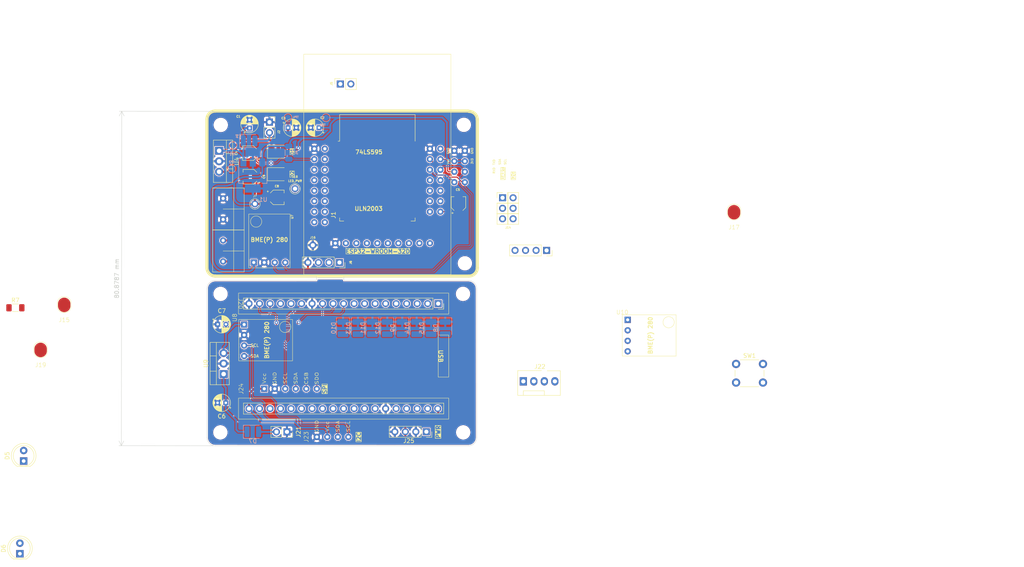
<source format=kicad_pcb>
(kicad_pcb (version 20240108) (generator "pcbnew") (generator_version "8.0")
  (layers (0 "F.Cu" signal) (31 "B.Cu" signal) (34 "B.Paste" user) (35 "F.Paste" user) (36 "B.SilkS" user "B.Silkscreen") (37 "F.SilkS" user "F.Silkscreen") (38 "B.Mask" user) (39 "F.Mask" user) (44 "Edge.Cuts" user))
  (net 0 "")
  (net 1 "GND")
  (net 2 "+3V3")
  (net 3 "+5V")
  (net 4 "/RXD")
  (net 5 "/TXD")
  (net 6 "/SDA")
  (net 7 "/GPIO_33")
  (net 8 "/SCL")
  (net 9 "/OUT3")
  (net 10 "/EN")
  (net 11 "/SOURCE2")
  (net 12 "/SOURCE1")
  (net 13 "/SOURCE3")
  (net 14 "/VDC")
  (net 15 "/DAC1")
  (net 16 "/DAC2")
  (net 17 "/GPIO39")
  (net 18 "/GPIO19")
  (net 19 "/GPIO17")
  (net 20 "/GPIO5")
  (net 21 "/GPIO18")
  (net 22 "/SD_DATA0")
  (net 23 "/ADC2_CH3")
  (net 24 "/SD_DATA3")
  (net 25 "/SD_CMD")
  (net 26 "/SD_CLK")
  (net 27 "/SD_DATA2")
  (net 28 "/SD_DATA1")
  (net 29 "/ADC2_CH0")
  (net 30 "/GPIO23")
  (net 31 "/GPIO36")
  (net 32 "/ADC2_CH2")
  (net 33 "/BOOT")
  (net 34 "/GPIO13")
  (net 35 "/SOURCE4")
  (net 36 "/SOURCE5")
  (net 37 "/SIPO_DATA")
  (net 38 "/SIPO_CLK")
  (net 39 "/SIPO_LATCH")
  (net 40 "/GPIO14")
  (net 41 "/OUT1")
  (net 42 "/VIN")
  (net 45 "Net-(D5-Pad1)")
  (net 46 "Net-(J15-Pin_1)")
  (net 47 "Net-(J19-Pin_1)")
  (net 48 "/OUT2")
  (net 60 "/RX")
  (net 65 "/TX")
  (net 76 "/SCL-2")
  (net 77 "/SDA-2")
  (net 80 "/12V")
  (net 82 "/QB-2")
  (net 83 "/QC-2")
  (net 84 "/QE-2")
  (net 85 "/QA-2")
  (net 86 "/QD-2")
  (net 87 "/QG-2")
  (net 88 "/QH-2")
  (net 89 "/QF-2")
  (net 90 "/SPI-SDO")
  (net 91 "/SPI-CSB")
  (net 92 "/SPI-SCL")
  (net 93 "/SPI-SDA")
  (net 94 "/D23")
  (net 95 "/D18")
  (footprint "Capacitor_THT:CP_Radial_D4.0mm_P2.00mm" (layer "F.Cu") (at 107 44.2 180)
    (property "Reference" "C2")
    (property "Value" "1uF")
  )
  (footprint "LED_SMD:LED_1210_3225Metric_Pad1.42x2.65mm_HandSolder" (layer "F.Cu") (at 97 55.45)
    (property "Reference" "D2")
    (property "Value" "STATUS")
  )
  (footprint "Capacitor_SMD:CP_Elec_3x5.3" (layer "F.Cu") (at 90.3 50.35 180)
    (property "Reference" "C4")
    (property "Value" "0.1uF")
  )
  (footprint "Resistor_SMD:R_1206_3216Metric_Pad1.30x1.75mm_HandSolder" (layer "F.Cu") (at 33.612 87.7585)
    (property "Reference" "R7")
    (property "Value" "4K7")
  )
  (footprint "LED_THT:LED_D5.0mm" (layer "F.Cu") (at 34.7 147.25 90)
    (property "Reference" "D6")
    (property "Value" "LED_STATUS")
  )
  (footprint "Button_Switch_THT:SW_PUSH_6mm" (layer "F.Cu") (at 207.8 101.35)
    (property "Reference" "SW1")
    (property "Value" "SW_Push")
  )
  (footprint "Connector:FanPinHeader_1x04_P2.54mm_Vertical" (layer "F.Cu") (at 156.38 105.55)
    (property "Reference" "J22")
    (property "Value" "Conn_01x04_Pin")
  )
  (footprint "Alexander Footprint Library:Pad_1x01_P2.54_SMD" (layer "F.Cu") (at 39.712 102.098)
    (property "Reference" "J19")
    (property "Value" "LED_PWR")
  )
  (footprint "Alexanddr Footprints Library:ESP32-WROOM-Adapter-Socket-2" (layer "F.Cu") (at 121.1 56.9025)
    (property "Reference" "J1")
    (property "Value" "~")
  )
  (footprint "Alexander Footprint Library:Pad_1x01_P2.54_SMD" (layer "F.Cu") (at 45.412 91.198)
    (property "Reference" "J15")
    (property "Value" "LED_PWR")
  )
  (footprint "MountingHole:MountingHole_3mm" (layer "F.Cu") (at 142 43.5)
    (property "Reference" "H1" (hide yes))
    (property "Value" "MountingHole_Pad")
  )
  (footprint "Connector_PinSocket_2.54mm:PinSocket_1x02_P2.54mm_Vertical" (layer "F.Cu") (at 99.25 117.775 -90)
    (property "Reference" "J21")
    (property "Value" "PWR")
  )
  (footprint "MountingHole:MountingHole_3mm" (layer "F.Cu") (at 83.25 43.53)
    (property "Reference" "H2" (hide yes))
    (property "Value" "MountingHole_Pad")
  )
  (footprint "Alexander Footprints Library:Conn_Terminal_5mm" (layer "F.Cu") (at 83.82 53.69)
    (property "Reference" "J9" (hide yes))
    (property "Value" "Conn_01x02_Socket")
  )
  (footprint "Alexander Footprint Library:Pad_1x01_P2.54_SMD" (layer "F.Cu") (at 207.3 68.7895)
    (property "Reference" "J17")
    (property "Value" "GND")
  )
  (footprint "MountingHole:MountingHole_3mm" (layer "F.Cu") (at 141.85 117.9)
    (property "Reference" "H4" (hide yes))
    (property "Value" "MountingHole_Pad")
  )
  (footprint "Capacitor_THT:CP_Radial_D4.0mm_P2.00mm" (layer "F.Cu") (at 82.5 91.75)
    (property "Reference" "C7")
    (property "Value" "1uF")
  )
  (footprint "Connector_PinSocket_2.54mm:PinSocket_1x04_P2.54mm_Vertical" (layer "F.Cu") (at 132.94 117.75 -90)
    (property "Reference" "J25")
    (property "Value" "PWR_SATA_Conn_01x04")
  )
  (footprint "Capacitor_SMD:CP_Elec_3x5.3" (layer "F.Cu") (at 90.4 56.05 180)
    (property "Reference" "C9")
    (property "Value" "0.1uF")
  )
  (footprint "Alexander Footprint Library:PinSocket_1x01_P2.54" (layer "F.Cu") (at 91.5 65.19)
    (property "Reference" "J7")
    (property "Value" "LED_PWR")
  )
  (footprint "Alexander Footprint Library:Conn_SPI" (layer "F.Cu") (at 88.68 107.35 90)
    (property "Reference" "J24")
    (property "Value" "~")
  )
  (footprint "Connector_PinSocket_2.54mm:PinSocket_1x02_P2.54mm_Vertical" (layer "F.Cu") (at 95.025 42.85)
    (property "Reference" "J2")
    (property "Value" "PWR")
  )
  (footprint "Connector_PinSocket_2.54mm:PinSocket_1x04_P2.54mm_Vertical" (layer "F.Cu") (at 111.94 76.8 -90)
    (property "Reference" "J6")
    (property "Value" "SOURCE")
  )
  (footprint "MountingHole:MountingHole_3mm" (layer "F.Cu") (at 83.15 117.9)
    (property "Reference" "H4" (hide yes))
    (property "Value" "MountingHole_Pad")
  )
  (footprint "Connector_PinSocket_2.54mm:PinSocket_1x04_P2.54mm_Vertical" (layer "F.Cu") (at 162 73.875 -90)
    (property "Reference" "J10" (hide yes))
    (property "Value" "ADC")
  )
  (footprint "Capacitor_SMD:CP_Elec_3x5.3" (layer "F.Cu") (at 140.7 62.65 90)
    (property "Reference" "C5")
    (property "Value" "0.1uF")
  )
  (footprint "MountingHole:MountingHole_3mm" (layer "F.Cu") (at 141.8 84.4)
    (property "Reference" "H4" (hide yes))
    (property "Value" "MountingHole_Pad")
  )
  (footprint "Capacitor_THT:CP_Radial_D4.0mm_P2.00mm" (layer "F.Cu") (at 99.5 44.2)
    (property "Reference" "C3")
    (property "Value" "1uF")
  )
  (footprint "Alexander Footprint Library:Conn_ESP32_WROOM-DevKit-38pins" (layer "F.Cu") (at 87.54 86.75 -90)
    (property "Reference" "J20")
    (property "Value" "~")
  )
  (footprint "Capacitor_SMD:CP_Elec_3x5.3" (layer "F.Cu") (at 96.8 61.05)
    (property "Reference" "C8")
    (property "Value" "10uF")
  )
  (footprint "Alexander Footprint Library:LD1117" (layer "F.Cu") (at 83.945 103.79 90)
    (property "Reference" "U9")
    (property "Value" "L7805")
  )
  (footprint "Alexander Footprint Library:PinSocket_1x01_P2.54" (layer "F.Cu") (at 101.2 61.52)
    (property "Reference" "J18")
    (property "Value" "LED_PWR")
  )
  (footprint "Alexander Footprint Library:Conn_I2C" (layer "F.Cu") (at 98.84 119 90)
    (property "Reference" "J23")
    (property "Value" "I2C")
  )
  (footprint "Capacitor_THT:CP_Radial_D4.0mm_P2.00mm" (layer "F.Cu") (at 84.4726 110.75 180)
    (property "Reference" "C6")
    (property "Value" "1uF")
  )
  (footprint "Alexander Footprint Library:BME280_BMP280_I2C" (layer "F.Cu") (at 180.3 89.45)
    (property "Reference" "U10")
    (property "Value" "BME(P)280")
  )
  (footprint "MountingHole:MountingHole_3mm" (layer "F.Cu") (at 83.2 84.4)
    (property "Reference" "H4" (hide yes))
    (property "Value" "MountingHole_Pad")
  )
  (footprint "Connector_PinSocket_2.54mm:PinSocket_1x02_P2.54mm_Vertical" (layer "F.Cu") (at 112.15 33.625 90)
    (property "Reference" "J5")
    (property "Value" "DAC")
  )
  (footprint "Alexander Footprint Library:CONN_2x3" (layer "F.Cu") (at 151.36 56.07)
    (property "Reference" "J14")
    (property "Value" "GPIO")
  )
  (footprint "Alexander Footprints Library:Conn_UART" (layer "F.Cu") (at 139.7 42.15)
    (property "Reference" "J3" (hide yes))
    (property "Value" "UART")
  )
  (footprint "Alexander Footprint Library:PinSocket_1x01_P2.54" (layer "F.Cu") (at 105.5 75.19)
    (property "Reference" "J16")
    (property "Value" "GND")
  )
  (footprint "Capacitor_THT:CP_Radial_D4.0mm_P2.00mm" (layer "F.Cu") (at 90.2 44.3 90)
    (property "Reference" "C1")
    (property "Value" "1uF")
  )
  (footprint "Alexander Footprint Library:BME280_BMP280_I2C" (layer "F.Cu") (at 90 78.1 90)
    (property "Reference" "U7")
    (property "Value" "BME(P)280")
  )
  (footprint "Alexander Footprint Library:LD1117" (layer "F.Cu") (at 82.855 49.77 -90)
    (property "Reference" "U4")
    (property "Value" "L7805")
  )
  (footprint "Alexander Footprints Library:Conn_I2C" (layer "F.Cu") (at 142.24 42.15)
    (property "Reference" "J4" (hide yes))
    (property "Value" "I2C")
  )
  (footprint "LED_THT:LED_D5.0mm" (layer "F.Cu") (at 35.612 124.8335 90)
    (property "Reference" "D5")
    (property "Value" "LED_PWR")
  )
  (footprint "Alexander Footprint Library:BME280_BMP280_I2C" (layer "F.Cu") (at 87.6 90.59)
    (property "Reference" "U8")
    (property "Value" "BME(P)280")
  )
  (footprint "LED_SMD:LED_1210_3225Metric_Pad1.42x2.65mm_HandSolder" (layer "F.Cu") (at 97 50)
    (property "Reference" "D1")
    (property "Value" "PWR")
  )
  (footprint "MountingHole:MountingHole_3mm" (layer "F.Cu") (at 142.25 77)
    (property "Reference" "H4" (hide yes))
    (property "Value" "MountingHole_Pad")
  )
  (footprint "Alexander Footprints Library:Conn_Terminal_5mm" (layer "F.Cu") (at 83.82 63.85)
    (property "Reference" "J8" (hide yes))
    (property "Value" "Conn_01x02_Socket")
  )
  (footprint "TestPoint:TestPoint_Pad_D1.5mm" (layer "B.Cu") (at 99.5 41.75 180)
    (property "Reference" "TP4")
    (property "Value" "5V")
  )
  (footprint "LED_SMD:LED_1210_3225Metric_Pad1.42x2.65mm_HandSolder" (layer "B.Cu") (at 127.1 92.65 -90)
    (property "Reference" "D9")
    (property "Value" "PWR")
  )
  (footprint "TestPoint:TestPoint_Pad_D1.5mm" (layer "B.Cu") (at 108.7 41.75 180)
    (property "Reference" "TP3")
    (property "Value" "3V3")
  )
  (footprint "LED_SMD:LED_1210_3225Metric_Pad1.42x2.65mm_HandSolder" (layer "B.Cu") (at 119.9 92.65 -90)
    (property "Reference" "D11")
    (property "Value" "PWR")
  )
  (footprint "Diode_SMD:D_1210_3225Metric" (layer "B.Cu") (at 91 117.75)
    (property "Reference" "D7")
    (property "Value" "D")
  )
  (footprint "LED_SMD:LED_1210_3225Metric_Pad1.42x2.65mm_HandSolder" (layer "B.Cu") (at 134.1 92.65 -90)
    (property "Reference" "D15")
    (property "Value" "PWR")
  )
  (footprint "Resistor_SMD:R_1206_3216Metric_Pad1.30x1.75mm_HandSolder" (layer "B.Cu") (at 99.7 50.25 -90)
    (property "Reference" "R1")
    (property "Value" "10K")
  )
  (footprint "Diode_SMD:D_1210_3225Metric" (layer "B.Cu") (at 90.1 47.4)
    (property "Reference" "D4")
    (property "Value" "D")
  )
  (footprint "LED_SMD:LED_1210_3225Metric_Pad1.42x2.65mm_HandSolder" (layer "B.Cu") (at 130.6 92.65 -90)
    (property "Reference" "D14")
    (property "Value" "PWR")
  )
  (footprint "TestPoint:TestPoint_Pad_D1.5mm" (layer "B.Cu") (at 86.2 48.45 180)
    (property "Reference" "TP1")
    (property "Value" "VIN")
  )
  (footprint "LED_SMD:LED_1210_3225Metric_Pad1.42x2.65mm_HandSolder" (layer "B.Cu") (at 123.5 92.65 -90)
    (property "Reference" "D12")
    (property "Value" "PWR")
  )
  (footprint "TestPoint:TestPoint_Pad_D1.5mm" (layer "B.Cu") (at 85.9 54.15 180)
    (property "Reference" "TP2")
    (property "Value" "GND")
  )
  (footprint "LED_SMD:LED_1210_3225Metric_Pad1.42x2.65mm_HandSolder" (layer "B.Cu") (at 116.4 92.65 -90)
    (property "Reference" "D13")
    (property "Value" "PWR")
  )
  (footprint "LED_SMD:LED_1210_3225Metric_Pad1.42x2.65mm_HandSolder" (layer "B.Cu") (at 112.8 92.65 -90)
    (property "Reference" "D10")
    (property "Value" "PWR")
  )
  (footprint "Package_TO_SOT_SMD:SOT-223-3_TabPin2" (layer "B.Cu") (at 91 55.75 -90)
    (property "Reference" "U1")
    (property "Value" "AMS1117-3V3")
  )
  (footprint "LED_SMD:LED_1210_3225Metric_Pad1.42x2.65mm_HandSolder" (layer "B.Cu") (at 137.5 92.65 -90)
    (property "Reference" "D8")
    (property "Value" "PWR")
  )
  (gr_line (start 145.25 42.11421) (end 145.25 78.085782) (stroke (width 0.75)) (layer "F.SilkS"))
  (gr_line (start 81.914218 40.164218) (end 143.08579 40.164218) (stroke (width 0.75)) (layer "F.SilkS"))
  (gr_arc (start 145.25 78.085782) (mid 144.66422 79.500007) (end 143.25 80.085782) (stroke (width 0.75)) (layer "F.SilkS"))
  (gr_line (start 79.914218 42.11421) (end 79.914218 78.085782) (stroke (width 0.75)) (layer "F.SilkS"))
  (gr_arc (start 81.914218 80.085782) (mid 80.499999 79.500001) (end 79.914218 78.085782) (stroke (width 0.75)) (layer "F.SilkS"))
  (gr_arc (start 143.25 40.25) (mid 144.664214 40.835786) (end 145.25 42.25) (stroke (width 0.75)) (layer "F.SilkS"))
  (gr_arc (start 79.914218 42.164218) (mid 80.499999 40.749999) (end 81.914218 40.164218) (stroke (width 0.75)) (layer "F.SilkS"))
  (gr_line (start 81.914214 80.085782) (end 143.085786 80.085782) (stroke (width 0.75)) (layer "F.SilkS"))
  (gr_line (start 82.014214 80.235786) (end 106.4 80.25) (stroke (width 0.1)) (layer "Edge.Cuts"))
  (gr_line (start 80 42.25) (end 80.014214 78.235786) (stroke (width 0.1)) (layer "Edge.Cuts"))
  (gr_arc (start 79.921321 83.157107) (mid 80.507106 81.742896) (end 81.921321 81.157107) (stroke (width 0.1)) (layer "Edge.Cuts"))
  (gr_line (start 81.921321 121.128679) (end 143.107107 121.142893) (stroke (width 0.1)) (layer "Edge.Cuts"))
  (gr_arc (start 81.921321 121.128679) (mid 80.507101 120.542899) (end 79.921321 119.128679) (stroke (width 0.1)) (layer "Edge.Cuts"))
  (gr_line (start 143.092893 81.157107) (end 113 81.15) (stroke (width 0.1)) (layer "Edge.Cuts"))
  (gr_arc (start 145.107107 119.142893) (mid 144.521321 120.557107) (end 143.107107 121.142893) (stroke (width 0.1)) (layer "Edge.Cuts"))
  (gr_line (start 106.4 81.15) (end 81.921321 81.157107) (stroke (width 0.1)) (layer "Edge.Cuts"))
  (gr_arc (start 143.185786 40.264214) (mid 144.600004 40.849996) (end 145.185786 42.264214) (stroke (width 0.1)) (layer "Edge.Cuts"))
  (gr_line (start 113 80.25) (end 143.185786 80.235786) (stroke (width 0.1)) (layer "Edge.Cuts"))
  (gr_arc (start 82.014214 80.235786) (mid 80.599996 79.650004) (end 80.014214 78.235786) (stroke (width 0.1)) (layer "Edge.Cuts"))
  (gr_line (start 145.185786 42.264214) (end 145.185786 78.235786) (stroke (width 0.1)) (layer "Edge.Cuts"))
  (gr_arc (start 80 42.25) (mid 80.585786 40.835786) (end 82 40.25) (stroke (width 0.1)) (layer "Edge.Cuts"))
  (gr_line (start 145.107107 119.142893) (end 145.092893 83.157107) (stroke (width 0.1)) (layer "Edge.Cuts"))
  (gr_line (start 79.921321 119.128679) (end 79.921321 83.157107) (stroke (width 0.1)) (layer "Edge.Cuts"))
  (gr_line (start 106.4 81.15) (end 106.4 80.25) (stroke (width 0.1)) (layer "Edge.Cuts"))
  (gr_arc (start 145.185786 78.235786) (mid 144.600004 79.650004) (end 143.185786 80.235786) (stroke (width 0.1)) (layer "Edge.Cuts"))
  (gr_arc (start 143.092893 81.157107) (mid 144.507112 81.742888) (end 145.092893 83.157107) (stroke (width 0.1)) (layer "Edge.Cuts"))
  (gr_line (start 113 81.15) (end 113 80.25) (stroke (width 0.1)) (layer "Edge.Cuts"))
  (gr_line (start 143.185786 40.264214) (end 82 40.25) (stroke (width 0.1)) (layer "Edge.Cuts"))
  (gr_text "SCL" (at 90.4 96.85 0) (layer "F.SilkS") (effects (font (size 0.7 0.7) (thickness 0.125) (bold yes)) (justify left)))
  (gr_text "SDA" (at 90.4 99.45 0) (layer "F.SilkS") (effects (font (size 0.7 0.7) (thickness 0.125) (bold yes)) (justify left)))
  (gr_text "PWR" (at 136.4 119.55 90) (layer "F.SilkS" knockout) (effects (font (size 1 1) (thickness 0.25) (bold yes)) (justify left bottom)))
  (gr_text "74LS595" (at 119.057143 50.1 0) (layer "F.SilkS") (effects (font (size 1 1) (thickness 0.2) (bold yes))))
  (gr_text "ULN2003" (at 115.5 64.374 0) (layer "F.SilkS") (effects (font (size 1 1) (thickness 0.2) (bold yes)) (justify left bottom)))
  (dimension (type aligned) (layer "Edge.Cuts") (pts (xy 81.921321 121.128679) (xy 82 40.25)) (height -22.6907) (gr_text "80.8787 mm" (at 58.119973 80.666146 89.94426182) (layer "Edge.Cuts") (effects (font (size 1 1) (thickness 0.15)))) (format (prefix "") (suffix "") (units 3) (units_format 1) (precision 4)) (style (thickness 0.1) (arrow_length 1.27) (text_position_mode 0) (extension_height 0.58642) (extension_offset 0.5) keep_text_aligned))
  (segment (start 84.21 66) (end 83.82 66.39) (width 0.5) (layer "F.Cu") (net 1))
  (segment (start 95.5 54.8625) (end 95.5125 54.85) (width 0.25) (layer "F.Cu") (net 1))
  (segment (start 95.5 55.4625) (end 95.5125 55.45) (width 0.25) (layer "F.Cu") (net 1))
  (segment (start 91.5 59.65) (end 91.9 59.25) (width 0.5) (layer "F.Cu") (net 2))
  (segment (start 101.15 50) (end 102 49.15) (width 0.5) (layer "F.Cu") (net 2))
  (segment (start 90.08 108.57) (end 90.08 112.15) (width 0.5) (layer "F.Cu") (net 2))
  (segment (start 94.63 62.62) (end 91.5 62.62) (width 0.5) (layer "F.Cu") (net 2))
  (segment (start 91.3 107.35) (end 90.08 108.57) (width 0.5) (layer "F.Cu") (net 2))
  (segment (start 91.9 59.25) (end 91.9 56.05) (width 0.5) (layer "F.Cu") (net 2))
  (segment (start 98.4875 50) (end 101.15 50) (width 0.5) (layer "F.Cu") (net 2))
  (segment (start 93.76 107.35) (end 91.3 107.35) (width 0.5) (layer "F.Cu") (net 2))
  (segment (start 95.3 61.05) (end 95.3 61.95) (width 0.5) (layer "F.Cu") (net 2))
  (segment (start 95.3 61.95) (end 94.63 62.62) (width 0.5) (layer "F.Cu") (net 2))
  (segment (start 91.5 62.62) (end 91.5 59.65) (width 0.5) (layer "F.Cu") (net 2))
  (via (at 102 49.15) (size 0.8) (drill 0.4) (layers "F.Cu" "B.Cu") (net 2))
  (segment (start 96.075 48.7) (end 97.525 48.7) (width 0.5) (layer "B.Cu") (net 2))
  (segment (start 109.408578 44.2) (end 107 44.2) (width 0.5) (layer "B.Cu") (net 2))
  (segment (start 93.21 115.25) (end 101 115.25) (width 0.5) (layer "B.Cu") (net 2))
  (segment (start 81.3 75.997918) (end 81.3 59.75104) (width 0.5) (layer "B.Cu") (net 2))
  (segment (start 93.3 54.905025) (end 93.3 52.6) (width 0.5) (layer "B.Cu") (net 2))
  (segment (start 100 48.7) (end 100 48.03033) (width 0.5) (layer "B.Cu") (net 2))
  (segment (start 137.9 51.55) (end 138.66 52.31) (width 0.5) (layer "B.Cu") (net 2))
  (segment (start 104.722182 46.75) (end 103 46.75) (width 0.5) (layer "B.Cu") (net 2))
  (segment (start 109 117.5) (end 109 119) (width 0.5) (layer "B.Cu") (net 2))
  (segment (start 84.202081 78.9) (end 89.990883 78.9) (width 0.5) (layer "B.Cu") (net 2))
  (segment (start 109.75 45) (end 109.75 44.141421) (width 0.5) (layer "B.Cu") (net 2))
  (segment (start 103 46.75) (end 101.28033 46.75) (width 0.5) (layer "B.Cu") (net 2))
  (segment (start 109.75 43.858578) (end 109.75 44.141421) (width 0.5) (layer "B.Cu") (net 2))
  (segment (start 138.66 52.31) (end 139.7 52.31) (width 0.5) (layer "B.Cu") (net 2))
  (segment (start 104.722182 46.75) (end 106.277817 46.75) (width 0.5) (layer "B.Cu") (net 2))
  (segment (start 139.7 52.31) (end 142.24 52.31) (width 0.5) (layer "B.Cu") (net 2))
  (segment (start 129.1 41.75) (end 136.8 41.75) (width 0.5) (layer "B.Cu") (net 2))
  (segment (start 112.31066 41.75) (end 129.1 41.75) (width 0.5) (layer "B.Cu") (net 2))
  (segment (start 88.207106 62.75) (end 91.5 62.75) (width 0.5) (layer "B.Cu") (net 2))
  (segment (start 86.5 61.042893) (end 86.5 57.5) (width 0.5) (layer "B.Cu") (net 2))
  (segment (start 106.277817 46.75) (end 108 46.75) (width 0.5) (layer "B.Cu") (net 2))
  (segment (start 101 115.25) (end 102.5 116.75) (width 0.5) (layer "B.Cu") (net 2))
  (segment (start 137.9 42.85) (end 137.9 51.55) (width 0.5) (layer "B.Cu") (net 2))
  (segment (start 91.22 77.670883) (end 91.22 76.8) (width 0.5) (layer "B.Cu") (net 2))
  (segment (start 89.455634 56.1) (end 92.105025 56.1) (width 0.5) (layer "B.Cu") (net 2))
  (segment (start 96.075 48.7) (end 95.177817 48.7) (width 0.5) (layer "B.Cu") (net 2))
  (segment (start 90.11 112.15) (end 93.21 115.25) (width 0.5) (layer "B.Cu") (net 2))
  (segment (start 136.8 41.75) (end 137.9 42.85) (width 0.5) (layer "B.Cu") (net 2))
  (segment (start 108.25 116.75) (end 109 117.5) (width 0.5) (layer "B.Cu") (net 2))
  (segment (start 110.015165 42.984834) (end 110.5 42.5) (width 0.5) (layer "B.Cu") (net 2))
  (segment (start 108 46.75) (end 109.75 45) (width 0.5) (layer "B.Cu") (net 2))
  (segment (start 102 47.75) (end 103 46.75) (width 0.5) (layer "B.Cu") (net 2))
  (segment (start 109.75 43.858578) (end 109.75 43.625) (width 0.5) (layer "B.Cu") (net 2))
  (segment (start 93.3 52.6) (end 93.3 50.577817) (width 0.5) (layer "B.Cu") (net 2))
  (segment (start 82.75104 58.3) (end 84.144365 58.3) (width 0.5) (layer "B.Cu") (net 2))
  (segment (start 102 49.15) (end 102 47.75) (width 0.5) (layer "B.Cu") (net 2))
  (segment (start 102.5 116.75) (end 108.25 116.75) (width 0.5) (layer "B.Cu") (net 2))
  (segment (start 129.3 41.75) (end 129.1 41.75) (width 0.5) (layer "B.Cu") (net 2))
  (segment (start 108.7 41.75) (end 112.31066 41.75) (width 0.5) (layer "B.Cu") (net 2))
  (segment (start 100 48.7) (end 97.525 48.7) (width 0.5) (layer "B.Cu") (net 2))
  (arc (start 93.3 54.905025) (mid 93.209037 55.362322) (end 92.95 55.75) (width 0.5) (layer "B.Cu") (net 2))
  (arc (start 86.8 57.2) (mid 85.581584 58.014119) (end 84.144365 58.3) (width 0.5) (layer "B.Cu") (net 2))
  (arc (start 89.455634 56.1) (mid 88.018415 56.38588) (end 86.8 57.2) (width 0.5) (layer "B.Cu") (net 2))
  (arc (start 86.5 61.042893) (mid 86.629945 61.696174) (end 87 62.25) (width 0.5) (layer "B.Cu") (net 2))
  (arc (start 82.75104 58.3) (mid 82.195751 58.410453) (end 81.725 58.725) (width 0.5) (layer "B.Cu") (net 2))
  (arc (start 92.95 55.75) (mid 92.562322 56.009037) (end 92.105025 56.1) (width 0.5) (layer "B.Cu") (net 2))
  (arc (start 109.75 43.625) (mid 109.818914 43.278544) (end 110.015165 42.984834) (width 0.5) (layer "B.Cu") (net 2))
  (arc (start 95.177817 48.7) (mid 94.459207 48.84294) (end 93.85 49.25) (width 0.5) (layer "B.Cu") (net 2))
  (arc (start 82.15 78.05) (mid 83.091502 78.679092) (end 84.202081 78.9) (width 0.5) (layer "B.Cu") (net 2))
  (arc (start 109.75 44.141421) (mid 109.713838 44.087301) (end 109.65 44.1) (width 0.5) (layer "B.Cu") (net 2))
  (arc (start 93.85 49.25) (mid 93.44294 49.859207) (end 93.3 50.577817) (width 0.5) (layer "B.Cu") (net 2))
  (arc (start 90.86 78.54) (mid 90.461245 78.806439) (end 89.990883 78.9) (width 0.5) (layer "B.Cu") (net 2))
  (arc (start 109.65 44.1) (mid 109.539234 44.17401) (end 109.408578 44.2) (width 0.5) (layer "B.Cu") (net 2))
  (arc (start 87 62.25) (mid 87.553825 62.620054) (end 88.207106 62.75) (width 0.5) (layer "B.Cu") (net 2))
  (arc (start 81.725 58.725) (mid 81.410453 59.195751) (end 81.3 59.75104) (width 0.5) (layer "B.Cu") (net 2))
  (arc (start 101.28033 46.75) (mid 100.790368 46.847459) (end 100.375 47.125) (width 0.5) (layer "B.Cu") (net 2))
  (arc (start 91.22 77.670883) (mid 91.126439 78.141245) (end 90.86 78.54) (width 0.5) (layer "B.Cu") (net 2))
  (arc (start 110.5 42.5) (mid 111.330737 41.944918) (end 112.31066 41.75) (width 0.5) (layer "B.Cu") (net 2))
  (arc (start 109.65 44.1) (mid 109.72401 43.989234) (end 109.75 43.858578) (width 0.5) (layer "B.Cu") (net 2))
  (arc (start 100.375 47.125) (mid 100.097459 47.540368) (end 100 48.03033) (width 0.5) (layer "B.Cu") (net 2))
  (arc (start 81.3 75.997918) (mid 81.520907 77.108496) (end 82.15 78.05) (width 0.5) (layer "B.Cu") (net 2))
  (segment (start 99.5 45.693413) (end 99.5 44.2) (width 0.5) (layer "F.Cu") (net 3))
  (segment (start 98.6375 46.9625) (end 99.2125 46.3875) (width 0.5) (layer "F.Cu") (net 3))
  (segment (start 83.945 98.71) (end 86.21 98.71) (width 0.5) (layer "F.Cu") (net 3))
  (segment (start 86.75 99.25) (end 86.75 100) (width 0.5) (layer "F.Cu") (net 3))
  (segment (start 127.86 116.39) (end 129 115.25) (width 0.5) (layer "F.Cu") (net 3))
  (segment (start 129 115.25) (end 135.25 115.25) (width 0.5) (layer "F.Cu") (net 3))
  (segment (start 135.81 114.69) (end 135.81 112.15) (width 0.5) (layer "F.Cu") (net 3))
  (segment (start 86.75 114.25) (end 87.75 115.25) (width 0.5) (layer "F.Cu") (net 3))
  (segment (start 86.75 100) (end 86.75 114.25) (width 0.5) (layer "F.Cu") (net 3))
  (segment (start 88.1 47.25) (end 97.943413 47.25) (width 0.5) (layer "F.Cu") (net 3))
  (segment (start 84.9 54.85) (end 85.4 54.35) (width 0.5) (layer "F.Cu") (net 3))
  (segment (start 85.4 54.35) (end 85.4 49.95) (width 0.5) (layer "F.Cu") (net 3))
  (segment (start 127.86 118.65) (end 127.86 116.39) (width 0.5) (layer "F.Cu") (net 3))
  (segment (start 86.21 98.71) (end 86.75 99.25) (width 0.5) (layer "F.Cu") (net 3))
  (segment (start 135.25 115.25) (end 135.81 114.69) (width 0.5) (layer "F.Cu") (net 3))
  (segment (start 82.855 54.85) (end 84.9 54.85) (width 0.5) (layer "F.Cu") (net 3))
  (segment (start 85.4 49.95) (end 88.1 47.25) (width 0.5) (layer "F.Cu") (net 3))
  (segment (start 87.75 115.25) (end 129 115.25) (width 0.5) (layer "F.Cu") (net 3))
  (arc (start 97.943413 47.25) (mid 98.31905 47.175281) (end 98.6375 46.9625) (width 0.5) (layer "F.Cu") (net 3))
  (arc (start 99.5 45.693413) (mid 99.425281 46.06905) (end 99.2125 46.3875) (width 0.5) (layer "F.Cu") (net 3))
  (segment (start 83.945 97.305) (end 84.5 96.75) (width 0.5) (layer "B.Cu") (net 3))
  (segment (start 84.5 94.05) (end 84.5 91.75) (width 0.5) (layer "B.Cu") (net 3))
  (segment (start 88.9 91.81) (end 86.74 91.81) (width 0.5) (layer "B.Cu") (net 3))
  (segment (start 83.945 98.71) (end 83.945 97.305) (width 0.5) (layer "B.Cu") (net 3))
  (segment (start 86.74 91.81) (end 84.5 94.05) (width 0.5) (layer "B.Cu") (net 3))
  (segment (start 84.5 96.75) (end 84.5 94.05) (width 0.5) (layer "B.Cu") (net 3))
  (segment (start 99.5 42.25) (end 99.5 44.2) (width 0.25) (layer "B.Cu") (net 3))
  (segment (start 139.7 57.35) (end 139.7 57.39) (width 0.25) (layer "F.Cu") (net 4))
  (segment (start 140.3 57.45) (end 139.3 57.45) (width 0.25) (layer "F.Cu") (net 4))
  (segment (start 139.04 57.39) (end 139.7 57.39) (width 0.25) (layer "F.Cu") (net 4))
  (segment (start 137.96 55.65) (end 139.7 57.39) (width 0.25) (layer "B.Cu") (net 4))
  (segment (start 133.8 54.3625) (end 135.0875 55.65) (width 0.25) (layer "B.Cu") (net 4))
  (segment (start 135.0875 55.65) (end 137.96 55.65) (width 0.25) (layer "B.Cu") (net 4))
  (segment (start 138 52.25) (end 137.5725 51.8225) (width 0.25) (layer "F.Cu") (net 5))
  (segment (start 139.7 54.85) (end 138.3 54.85) (width 0.25) (layer "F.Cu") (net 5))
  (segment (start 137.5725 51.8225) (end 136.34 51.8225) (width 0.25) (layer "F.Cu") (net 5))
  (segment (start 138 54.55) (end 138 52.25) (width 0.25) (layer "F.Cu") (net 5))
  (segment (start 138.3 54.85) (end 138 54.55) (width 0.25) (layer "F.Cu") (net 5))
  (segment (start 139.7 54.85) (end 139.5 54.85) (width 0.25) (layer "F.Cu") (net 5))
  (segment (start 142.24 54.85) (end 142.24 55.51) (width 0.25) (layer "F.Cu") (net 6))
  (segment (start 98.84 76.8) (end 98.84 78.09) (width 0.25) (layer "B.Cu") (net 6))
  (segment (start 141 57.95) (end 141 56.09) (width 0.25) (layer "B.Cu") (net 6))
  (segment (start 140.990501 53.600501) (end 142.24 54.85) (width 0.25) (layer "B.Cu") (net 6))
  (segment (start 136.34 54.3625) (end 137.101999 53.600501) (width 0.25) (layer "B.Cu") (net 6))
  (segment (start 143.281802 72.781802) (end 143.55 72.513604) (width 0.25) (layer "B.Cu") (net 6))
  (segment (start 99.4 78.65) (end 130.7 78.65) (width 0.25) (layer "B.Cu") (net 6))
  (segment (start 130.7 78.65) (end 134.55 78.65) (width 0.25) (layer "B.Cu") (net 6))
  (segment (start 143.55 72.513604) (end 143.55 60.5) (width 0.25) (layer "B.Cu") (net 6))
  (segment (start 143.55 60.5) (end 141 57.95) (width 0.25) (layer "B.Cu") (net 6))
  (segment (start 140.418198 72.781802) (end 143.281802 72.781802) (width 0.25) (layer "B.Cu") (net 6))
  (segment (start 98.84 78.09) (end 99.4 78.65) (width 0.25) (layer "B.Cu") (net 6))
  (segment (start 141 56.09) (end 142.24 54.85) (width 0.25) (layer "B.Cu") (net 6))
  (segment (start 137.101999 53.600501) (end 140.990501 53.600501) (width 0.25) (layer "B.Cu") (net 6))
  (segment (start 134.55 78.65) (end 140.418198 72.781802) (width 0.25) (layer "B.Cu") (net 6))
  (segment (start 135.1 55.15) (end 135.6 55.65) (width 0.25) (layer "F.Cu") (net 8))
  (segment (start 133.8 51.8225) (end 135.1 53.1225) (width 0.25) (layer "F.Cu") (net 8))
  (segment (start 141.603604 57.39) (end 142.24 57.39) (width 0.25) (layer "F.Cu") (net 8))
  (segment (start 137.3 55.65) (end 137.8 56.15) (width 0.25) (layer "F.Cu") (net 8))
  (segment (start 135.1 53.1225) (end 135.1 55.15) (width 0.25) (layer "F.Cu") (net 8))
  (segment (start 135.6 55.65) (end 137.3 55.65) (width 0.25) (layer "F.Cu") (net 8))
  (segment (start 140.363604 56.15) (end 141.603604 57.39) (width 0.25) (layer "F.Cu") (net 8))
  (segment (start 137.8 56.15) (end 140.363604 56.15) (width 0.25) (layer "F.Cu") (net 8))
  (segment (start 142.24 58.553604) (end 142.24 57.39) (width 0.25) (layer "B.Cu") (net 8))
  (segment (start 144 72.7) (end 144 60.313604) (width 0.25) (layer "B.Cu") (net 8))
  (segment (start 134.8 79.1) (end 140.6 73.3) (width 0.25) (layer "B.Cu") (net 8))
  (segment (start 140.6 73.3) (end 143.4 73.3) (width 0.25) (layer "B.Cu") (net 8))
  (segment (start 96.3 76.8) (end 96.3 78.45) (width 0.25) (layer "B.Cu") (net 8))
  (segment (start 143.4 73.3) (end 144 72.7) (width 0.25) (layer "B.Cu") (net 8))
  (segment (start 96.3 78.45) (end 96.95 79.1) (width 0.25) (layer "B.Cu") (net 8))
  (segment (start 144 60.313604) (end 142.24 58.553604) (width 0.25) (layer "B.Cu") (net 8))
  (segment (start 96.95 79.1) (end 134.8 79.1) (width 0.25) (layer "B.Cu") (net 8))
  (segment (start 92.3 52.75) (end 91.8 52.25) (width 0.25) (layer "F.Cu") (net 10))
  (segment (start 91.8 52.25) (end 91.8 50.35) (width 0.25) (layer "F.Cu") (net 10))
  (segment (start 95.4 52.75) (end 92.3 52.75) (width 0.25) (layer "F.Cu") (net 10))
  (via (at 95.4 52.75) (size 0.8) (drill 0.4) (layers "F.Cu" "B.Cu") (net 10))
  (segment (start 95.4 52.75) (end 96.7 52.75) (width 0.25) (layer "B.Cu") (net 10))
  (segment (start 101.4 51.8) (end 101.45 51.8) (width 0.25) (layer "B.Cu") (net 10))
  (segment (start 105.86 51.8225) (end 101.4225 51.8225) (width 0.25) (layer "B.Cu") (net 10))
  (segment (start 99.7 51.8) (end 101.4 51.8) (width 0.25) (layer "B.Cu") (net 10))
  (segment (start 97.65 51.8) (end 99.7 51.8) (width 0.25) (layer "B.Cu") (net 10))
  (segment (start 101.4225 51.8225) (end 101.4 51.8) (width 0.25) (layer "B.Cu") (net 10))
  (segment (start 96.7 52.75) (end 97.65 51.8) (width 0.25) (layer "B.Cu") (net 10))
  (segment (start 86.37 71.47) (end 88 73.1) (width 0.5) (layer "F.Cu") (net 11))
  (segment (start 88 73.1) (end 99 73.1) (width 0.5) (layer "F.Cu") (net 11))
  (segment (start 83.82 71.47) (end 86.37 71.47) (width 0.5) (layer "F.Cu") (net 11))
  (segment (start 86.275 76.55) (end 88.075 74.75) (width 0.5) (layer "F.Cu") (net 12))
  (segment (start 83.82 76.55) (end 86.275 76.55) (width 0.5) (layer "F.Cu") (net 12))
  (segment (start 88.075 74.75) (end 99.75 74.75) (width 0.5) (layer "F.Cu") (net 12))
  (segment (start 96.71 117.775) (end 92.425 117.775) (width 0.5) (layer "B.Cu") (net 14))
  (segment (start 92.425 117.775) (end 92.4 117.75) (width 0.5) (layer "B.Cu") (net 14))
  (segment (start 95.025 46.674479) (end 95.025 45.39) (width 0.5) (layer "B.Cu") (net 14))
  (segment (start 94.299479 47.4) (end 91.5 47.4) (width 0.5) (layer "B.Cu") (net 14))
  (arc (start 95.025 46.674479) (mid 94.969773 46.952124) (end 94.8125 47.1875) (width 0.5) (layer "B.Cu") (net 14))
  (arc (start 94.8125 47.1875) (mid 94.577124 47.344773) (end 94.299479 47.4) (width 0.5) (layer "B.Cu") (net 14))
  (segment (start 138.5 64.15) (end 140.7 64.15) (width 0.25) (layer "F.Cu") (net 33))
  (segment (start 136.34 64.5225) (end 138.1275 64.5225) (width 0.25) (layer "F.Cu") (net 33))
  (segment (start 138.1275 64.5225) (end 138.5 64.15) (width 0.25) (layer "F.Cu") (net 33))
  (segment (start 87.71 45.04) (end 87.71 46.25) (width 0.5) (layer "F.Cu") (net 42))
  (segment (start 88.45 44.3) (end 87.71 45.04) (width 0.5) (layer "F.Cu") (net 42))
  (segment (start 84.19 49.77) (end 82.855 49.77) (width 0.5) (layer "F.Cu") (net 42))
  (segment (start 87.71 46.25) (end 84.19 49.77) (width 0.5) (layer "F.Cu") (net 42))
  (segment (start 90.2 44.3) (end 88.45 44.3) (width 0.5) (layer "F.Cu") (net 42))
  (segment (start 88.7 50.546446) (end 88.7 51.253553) (width 0.5) (layer "B.Cu") (net 42))
  (segment (start 84.4726 112.4726) (end 84.4726 109.5) (width 0.5) (layer "B.Cu") (net 42))
  (segment (start 88.7 45.153553) (end 88.7 47.4) (width 0.5) (layer "B.Cu") (net 42))
  (segment (start 86.2 49.11) (end 86.2 48.45) (width 0.25) (layer "B.Cu") (net 42))
  (segment (start 88.45 50.65) (end 88.2 50.4) (width 0.5) (layer "B.Cu") (net 42))
  (segment (start 88.7 50.546446) (end 88.7 47.4) (width 0.5) (layer "B.Cu") (net 42))
  (segment (start 84.4726 107.0826) (end 83.945 106.555) (width 0.5) (layer "B.Cu") (net 42))
  (segment (start 83.945 106.555) (end 83.945 103.79) (width 0.5) (layer "B.Cu") (net 42))
  (segment (start 88.45 50.65) (end 88.054368 50.254368) (width 0.5) (layer "B.Cu") (net 42))
  (segment (start 87.5 117.75) (end 87 117.25) (width 0.5) (layer "B.Cu") (net 42))
  (segment (start 89.553553 44.3) (end 90.2 44.3) (width 0.5) (layer "B.Cu") (net 42))
  (segment (start 84.4726 109.5) (end 84.4726 107.0826) (width 0.5) (layer "B.Cu") (net 42))
  (segment (start 88.7 51.253553) (end 88.7 52.6) (width 0.5) (layer "B.Cu") (net 42))
  (segment (start 89.6 117.75) (end 87.5 117.75) (width 0.5) (layer "B.Cu") (net 42))
  (segment (start 87 117.25) (end 87 115) (width 0.5) (layer "B.Cu") (net 42))
  (segment (start 87 115) (end 84.4726 112.4726) (width 0.5) (layer "B.Cu") (net 42))
  (segment (start 86.86 49.77) (end 85.54 49.77) (width 0.5) (layer "B.Cu") (net 42))
  (segment (start 86.885 49.77) (end 86.86 49.77) (width 0.5) (layer "B.Cu") (net 42))
  (segment (start 85.54 49.77) (end 82.855 49.77) (width 0.5) (layer "B.Cu") (net 42))
  (arc (start 89.553553 44.3) (mid 89.226912 44.364972) (end 88.95 44.55) (width 0.5) (layer "B.Cu") (net 42))
  (arc (start 86.2 49.11) (mid 86.393309 49.57669) (end 86.86 49.77) (width 0.25) (layer "B.Cu") (net 42))
  (arc (start 88.7 51.253553) (mid 88.635027 50.926912) (end 88.45 50.65) (width 0.5) (layer "B.Cu") (net 42))
  (arc (start 88.45 50.65) (mid 88.45 50.65) (end 88.45 50.65) (width 0.5) (layer "B.Cu") (net 42))
  (arc (start 88.45 50.65) (mid 88.609596 50.681745) (end 88.7 50.546446) (width 0.5) (layer "B.Cu") (net 42))
  (arc (start 88.054368 50.254368) (mid 87.517857 49.895883) (end 86.885 49.77) (width 0.5) (layer "B.Cu") (net 42))
  (arc (start 88.95 44.55) (mid 88.764972 44.826912) (end 88.7 45.153553) (width 0.5) (layer "B.Cu") (net 42))
  (segment (start 90.56 96.89) (end 88.9 96.89) (width 0.25) (layer "F.Cu") (net 76))
  (segment (start 92.413604 89.7) (end 90.9 91.213604) (width 0.25) (layer "F.Cu") (net 76))
  (segment (start 95.16 86.75) (end 95.16 89.19) (width 0.25) (layer "F.Cu") (net 76))
  (segment (start 90.9 91.213604) (end 90.9 96.55) (width 0.25) (layer "F.Cu") (net 76))
  (segment (start 95.19 86.75) (end 95.16 86.75) (width 0.25) (layer "F.Cu") (net 76))
  (segment (start 90.9 96.55) (end 90.56 96.89) (width 0.25) (layer "F.Cu") (net 76))
  (segment (start 94.65 89.7) (end 92.413604 89.7) (width 0.25) (layer "F.Cu") (net 76))
  (segment (start 95.16 89.19) (end 94.65 89.7) (width 0.25) (layer "F.Cu") (net 76))
  (segment (start 96.5 110.65) (end 96.5 113.425) (width 0.25) (layer "B.Cu") (net 76))
  (segment (start 96.5 113.425) (end 97.3 114.225) (width 0.25) (layer "B.Cu") (net 76))
  (segment (start 90.54 96.89) (end 90.9 97.25) (width 0.25) (layer "B.Cu") (net 76))
  (segment (start 102.975 115.725) (end 113.175 115.725) (width 0.25) (layer "B.Cu") (net 76))
  (segment (start 88.9 96.89) (end 90.54 96.89) (width 0.25) (layer "B.Cu") (net 76))
  (segment (start 95.4 109.55) (end 96.5 110.65) (width 0.25) (layer "B.Cu") (net 76))
  (segment (start 91.3 109.55) (end 95.4 109.55) (width 0.25) (layer "B.Cu") (net 76))
  (segment (start 97.3 114.225) (end 101.475 114.225) (width 0.25) (layer "B.Cu") (net 76))
  (segment (start 90.9 97.25) (end 90.9 109.15) (width 0.25) (layer "B.Cu") (net 76))
  (segment (start 101.475 114.225) (end 102.975 115.725) (width 0.25) (layer "B.Cu") (net 76))
  (segment (start 114.08 116.63) (end 114.08 119) (width 0.25) (layer "B.Cu") (net 76))
  (segment (start 113.175 115.725) (end 114.08 116.63) (width 0.25) (layer "B.Cu") (net 76))
  (segment (start 90.9 109.15) (end 91.3 109.55) (width 0.25) (layer "B.Cu") (net 76))
  (segment (start 90.6 97.486396) (end 90.6 98.85) (width 0.25) (layer "F.Cu") (net 77))
  (segment (start 90.02 99.43) (end 88.9 99.43) (width 0.25) (layer "F.Cu") (net 77))
  (segment (start 102.81 86.75) (end 99.41 90.15) (width 0.25) (layer "F.Cu") (net 77))
  (segment (start 91.35 91.4) (end 91.35 96.736396) (width 0.25) (layer "F.Cu") (net 77))
  (segment (start 99.41 90.15) (end 92.6 90.15) (width 0.25) (layer "F.Cu") (net 77))
  (segment (start 91.35 96.736396) (end 90.6 97.486396) (width 0.25) (layer "F.Cu") (net 77))
  (segment (start 90.6 98.85) (end 90.02 99.43) (width 0.25) (layer "F.Cu") (net 77))
  (segment (start 92.6 90.15) (end 91.35 91.4) (width 0.25) (layer "F.Cu") (net 77))
  (segment (start 111.54 116.99) (end 111.54 119) (width 0.25) (layer "B.Cu") (net 77))
  (segment (start 93.9 110.75) (end 93.9 113.65) (width 0.25) (layer "B.Cu") (net 77))
  (segment (start 93.9 113.65) (end 94.925 114.675) (width 0.25) (layer "B.Cu") (net 77))
  (segment (start 89.98 99.43) (end 90.42 99.87) (width 0.25) (layer "B.Cu") (net 77))
  (segment (start 102.75 116.175) (end 110.725 116.175) (width 0.25) (layer "B.Cu") (net 77))
  (segment (start 94.925 114.675) (end 101.25 114.675) (width 0.25) (layer "B.Cu") (net 77))
  (segment (start 110.725 116.175) (end 111.54 116.99) (width 0.25) (layer "B.Cu") (net 77))
  (segment (start 90.42 109.37) (end 91.1 110.05) (width 0.25) (layer "B.Cu") (net 77))
  (segment (start 101.25 114.675) (end 102.75 116.175) (width 0.25) (layer "B.Cu") (net 77))
  (segment (start 93.2 110.05) (end 93.9 110.75) (width 0.25) (layer "B.Cu") (net 77))
  (segment (start 91.1 110.05) (end 93.2 110.05) (width 0.25) (layer "B.Cu") (net 77))
  (segment (start 88.9 99.43) (end 89.98 99.43) (width 0.25) (layer "B.Cu") (net 77))
  (segment (start 90.42 99.87) (end 90.42 109.37) (width 0.25) (layer "B.Cu") (net 77))
  (segment (start 97.6 94.85) (end 97.6 93.85) (width 0.25) (layer "F.Cu") (net 90))
  (segment (start 107.86 92.79) (end 107.86 86.75) (width 0.25) (layer "F.Cu") (net 90))
  (segment (start 106.46 103.71) (end 97.6 94.85) (width 0.25) (layer "F.Cu") (net 90))
  (segment (start 106.46 107.35) (end 106.46 103.71) (width 0.25) (layer "F.Cu") (net 90))
  (segment (start 107.3 93.35) (end 107.86 92.79) (width 0.25) (layer "F.Cu") (net 90))
  (segment (start 97.6 93.85) (end 98.1 93.35) (width 0.25) (layer "F.Cu") (net 90))
  (segment (start 98.1 93.35) (end 107.3 93.35) (width 0.25) (layer "F.Cu") (net 90))
  (segment (start 102.1 91.25) (end 101.3 92.05) (width 0.25) (layer "F.Cu") (net 91))
  (segment (start 101.3 92.05) (end 97.8 92.05) (width 0.25) (layer "F.Cu") (net 91))
  (segment (start 97.15 95.036396) (end 103.92 101.806396) (width 0.25) (layer "F.Cu") (net 91))
  (segment (start 97.8 92.05) (end 97.15 92.7) (width 0.25) (layer "F.Cu") (net 91))
  (segment (start 97.15 92.7) (end 97.15 95.036396) (width 0.25) (layer "F.Cu") (net 91))
  (segment (start 103.92 101.806396) (end 103.92 107.35) (width 0.25) (layer "F.Cu") (net 91))
  (via (at 102.1 91.25) (size 0.8) (drill 0.4) (layers "F.Cu" "B.Cu") (net 91))
  (segment (start 104 89.35) (end 112.2 89.35) (width 0.25) (layer "B.Cu") (net 91))
  (segment (start 102.1 91.25) (end 104 89.35) (width 0.25) (layer "B.Cu") (net 91))
  (segment (start 112.2 89.35) (end 112.94 88.61) (width 0.25) (layer "B.Cu") (net 91))
  (segment (start 112.94 88.61) (end 112.94 86.75) (width 0.25) (layer "B.Cu") (net 91))
  (segment (start 98.84 96.11) (end 98.84 107.35) (width 0.25) (layer "B.Cu") (net 92))
  (segment (start 109.8 88.85) (end 100.2 88.85) (width 0.25) (layer "B.Cu") (net 92))
  (segment (start 110.4 86.75) (end 110.4 88.25) (width 0.25) (layer "B.Cu") (net 92))
  (segment (start 100.2 88.85) (end 99.5 89.55) (width 0.25) (layer "B.Cu") (net 92))
  (segment (start 99.5 89.55) (end 99.5 95.45) (width 0.25) (layer "B.Cu") (net 92))
  (segment (start 110.4 88.25) (end 109.8 88.85) (width 0.25) (layer "B.Cu") (net 92))
  (segment (start 99.5 95.45) (end 98.84 96.11) (width 0.25) (layer "B.Cu") (net 92))
  (segment (start 96.7 91.35) (end 96.7 95.222792) (width 0.25) (layer "F.Cu") (net 93))
  (segment (start 96.7 95.222792) (end 101.38 99.902792) (width 0.25) (layer "F.Cu") (net 93))
  (segment (start 101.38 99.902792) (end 101.38 107.35) (width 0.25) (layer "F.Cu") (net 93))
  (via (at 96.7 91.35) (size 0.8) (drill 0.4) (layers "F.Cu" "B.Cu") (net 93))
  (segment (start 96.7 91.35) (end 96.7 89.65) (width 0.25) (layer "B.Cu") (net 93))
  (segment (start 93.1 89.15) (end 92.62 88.67) (width 0.25) (layer "B.Cu") (net 93))
  (segment (start 96.2 89.15) (end 93.1 89.15) (width 0.25) (layer "B.Cu") (net 93))
  (segment (start 92.62 88.67) (end 92.62 86.75) (width 0.25) (layer "B.Cu") (net 93))
  (segment (start 96.7 89.65) (end 96.2 89.15) (width 0.25) (layer "B.Cu") (net 93))
  (zone (net 1) (net_name "GND") (layer "F.Cu") (priority 1) (connect_pads (clearance 0)) (min_thickness 0.25) (fill yes (thermal_gap 0.5) (thermal_bridge_width 0.5))
    (polygon (pts (xy 80 40.25) (xy 80.3 80.35) (xy 145.55 80.35) (xy 145.25 40.25)))
  )
  (zone (net 1) (net_name "GND") (layer "F.Cu") (priority 2) (connect_pads (clearance 0)) (min_thickness 0.25) (fill yes (thermal_gap 0.5) (thermal_bridge_width 0.5))
    (polygon (pts (xy 79.8 121.45) (xy 145.7 121.45) (xy 145.2 80.95) (xy 79.5 80.95)))
  )
  (zone (net 1) (net_name "GND") (layer "B.Cu") (connect_pads (clearance 0)) (min_thickness 0.25) (fill yes (thermal_gap 0.5) (thermal_bridge_width 0.5))
    (polygon (pts (xy 80 40.25) (xy 145.2 40.25) (xy 145.4 80.45) (xy 80.2 80.45)))
  )
  (zone (net 1) (net_name "GND") (layer "B.Cu") (priority 3) (connect_pads (clearance 0)) (min_thickness 0.25) (fill yes (thermal_gap 0.5) (thermal_bridge_width 0.5))
    (polygon (pts (xy 145.6 121.45) (xy 145.2 80.95) (xy 79.5 80.95) (xy 79.7 121.45)))
  )
)
</source>
